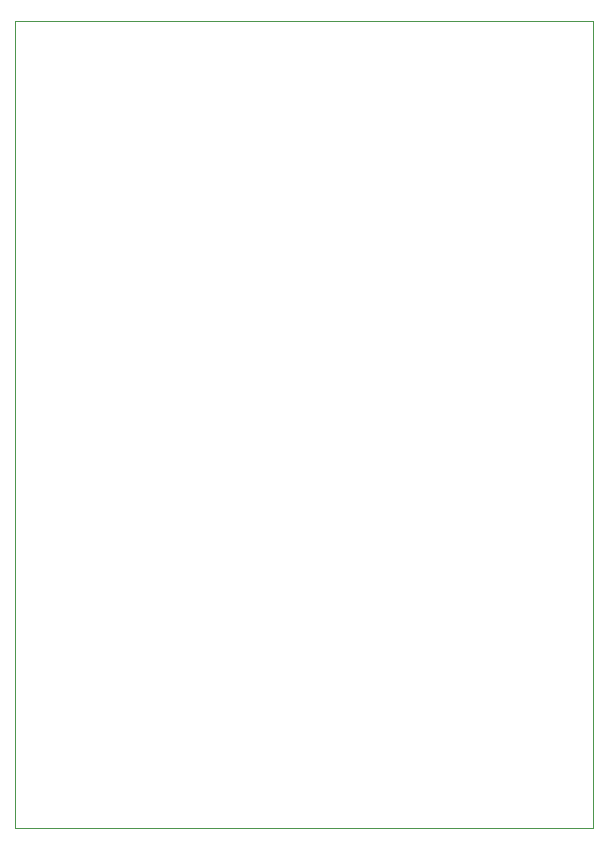
<source format=gm1>
G04 #@! TF.GenerationSoftware,KiCad,Pcbnew,(6.0.0)*
G04 #@! TF.CreationDate,2022-01-09T18:19:29+00:00*
G04 #@! TF.ProjectId,ElectronULA,456c6563-7472-46f6-9e55-4c412e6b6963,rev?*
G04 #@! TF.SameCoordinates,Original*
G04 #@! TF.FileFunction,Profile,NP*
%FSLAX46Y46*%
G04 Gerber Fmt 4.6, Leading zero omitted, Abs format (unit mm)*
G04 Created by KiCad (PCBNEW (6.0.0)) date 2022-01-09 18:19:29*
%MOMM*%
%LPD*%
G01*
G04 APERTURE LIST*
G04 #@! TA.AperFunction,Profile*
%ADD10C,0.050000*%
G04 #@! TD*
G04 APERTURE END LIST*
D10*
X178661700Y-56283700D02*
X178683920Y-124670820D01*
X129700020Y-124670820D02*
X129703200Y-56271000D01*
X178683920Y-124670820D02*
X129700020Y-124670820D01*
X129703200Y-56271000D02*
X178661700Y-56283700D01*
M02*

</source>
